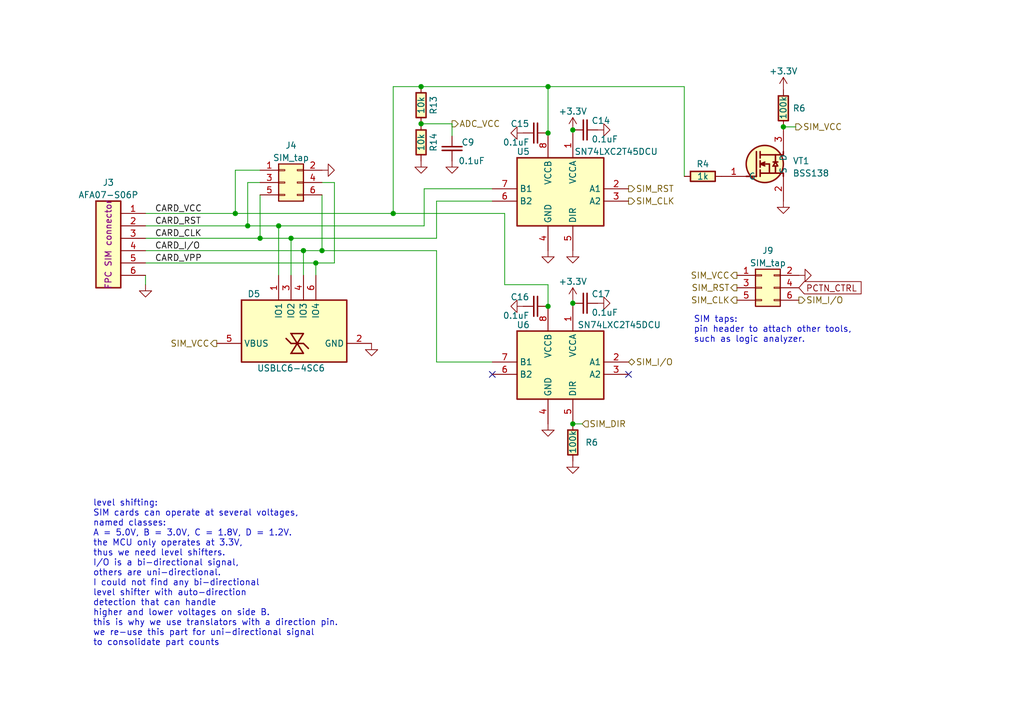
<source format=kicad_sch>
(kicad_sch (version 20230121) (generator eeschema)
  (paper "A5")
  (title_block (title "rSIM") (date "$date$") (rev "$version$.$revision$") (company "CuVoodoo") (comment 1 "King Kévin") (comment 2 "CERN-OHL-S") (comment 3 "SIM interface"))
  (lib_symbols
    (symbol "Connector_Generic:Conn_02x03_Odd_Even" (pin_names (offset 1.016) hide)
      (property "Reference" "J" (at 1.27 5.08 0))
      (property "Value" "Conn_02x03_Odd_Even" (at 1.27 -5.08 0))
      (symbol "Conn_02x03_Odd_Even_1_1"
        (rectangle (start -1.27 -2.413) (end 0 -2.667) (stroke (width 0.1524)))
        (rectangle (start -1.27 0.127) (end 0 -0.127) (stroke (width 0.1524)))
        (rectangle (start -1.27 2.667) (end 0 2.413) (stroke (width 0.1524)))
        (rectangle (start -1.27 3.81) (end 3.81 -3.81) (stroke (width 0.254)) (fill (type background)))
        (rectangle (start 3.81 -2.413) (end 2.54 -2.667) (stroke (width 0.1524)))
        (rectangle (start 3.81 0.127) (end 2.54 -0.127) (stroke (width 0.1524)))
        (rectangle (start 3.81 2.667) (end 2.54 2.413) (stroke (width 0.1524)))
        (pin passive line (at -5.08 2.54 0) (length 3.81) (name "Pin_1") (number "1"))
        (pin passive line (at 7.62 2.54 180) (length 3.81) (name "Pin_2") (number "2"))
        (pin passive line (at -5.08 0 0) (length 3.81) (name "Pin_3") (number "3"))
        (pin passive line (at 7.62 0 180) (length 3.81) (name "Pin_4") (number "4"))
        (pin passive line (at -5.08 -2.54 0) (length 3.81) (name "Pin_5") (number "5"))
        (pin passive line (at 7.62 -2.54 180) (length 3.81) (name "Pin_6") (number "6"))
      )
    )
    (symbol "partdb:TVS/USBLC6-4SC6"
      (property "Reference" "D" (at 0 0.762 0))
      (property "Value" "USBLC6-4SC6" (at 9.652 -22.352 0))
      (symbol "TVS/USBLC6-4SC6_1_1"
        (polyline (pts (xy 8.89 -12.7) (xy 9.906 -13.716)) (stroke (width 0.305)))
        (polyline (pts (xy 8.89 -10.16) (xy 7.874 -9.144)) (stroke (width 0.305)))
        (polyline (pts (xy 8.89 -10.16) (xy 8.89 -12.7)) (stroke (width 0.305)))
        (polyline (pts (xy 6.858 -10.16) (xy 8.89 -11.43) (xy 6.858 -12.7) (xy 6.858 -10.16)) (stroke (width 0.305)) (fill (type background)))
        (polyline (pts (xy 10.922 -10.16) (xy 8.89 -11.43) (xy 10.922 -12.7) (xy 10.922 -10.16)) (stroke (width 0.305)) (fill (type background)))
        (rectangle (start 0 0) (end 12.7 -21.59) (stroke (width 0.305)) (fill (type background)))
        (pin passive line (at -5.08 -7.62 0) (length 5.08) (name "IO1") (number "1"))
        (pin power_in line (at 8.89 -26.67 90) (length 5.08) (name "GND") (number "2"))
        (pin passive line (at -5.08 -10.16 0) (length 5.08) (name "IO2") (number "3"))
        (pin passive line (at -5.08 -12.7 0) (length 5.08) (name "IO3") (number "4"))
        (pin power_in line (at 8.89 5.08 270) (length 5.08) (name "VBUS") (number "5"))
        (pin passive line (at -5.08 -15.24 0) (length 5.08) (name "IO4") (number "6"))
      )
    )
    (symbol "partdb:capacitor/C0603 0.1uF 16V" (pin_numbers hide) (pin_names hide)
      (property "Reference" "C" (at 0 2.794 0))
      (property "Value" "C0603" (at 0 -2.794 0))
      (symbol "capacitor/C0603 0.1uF 16V_1_1"
        (polyline (pts (xy -0.381 2.032) (xy -0.381 -2.032)) (stroke (width 0.305)))
        (polyline (pts (xy 0.381 2.032) (xy 0.381 -2.032)) (stroke (width 0.305)))
        (pin passive line (at -2.54 0 0) (length 2.159) (name "L") (number "1"))
        (pin passive line (at 2.54 0 180) (length 2.159) (name "R") (number "2"))
      )
    )
    (symbol "partdb:connector/AFA07-S06FCC-00" (pin_names hide)
      (property "Reference" "J" (at 2.54 0.762 0))
      (property "Value" "AFA07-S06P" (at 2.54 -18.542 0))
      (symbol "connector/AFA07-S06FCC-00_1_1"
        (rectangle (start 0 0) (end 5.08 -17.78) (stroke (width 0.305)) (fill (type background)))
        (pin passive line (at -5.08 -2.54 0) (length 5.08) (name "1") (number "1"))
        (pin passive line (at -5.08 -5.08 0) (length 5.08) (name "2") (number "2"))
        (pin passive line (at -5.08 -7.62 0) (length 5.08) (name "3") (number "3"))
        (pin passive line (at -5.08 -10.16 0) (length 5.08) (name "4") (number "4"))
        (pin passive line (at -5.08 -12.7 0) (length 5.08) (name "5") (number "5"))
        (pin passive line (at -5.08 -15.24 0) (length 5.08) (name "6") (number "6"))
      )
    )
    (symbol "partdb:nMOS/BSS138"
      (property "Reference" "VT" (at 1.778 4.572 0))
      (property "Value" "BSS138" (at 1.778 -4.572 0))
      (symbol "nMOS/BSS138_1_1"
        (polyline (pts (xy -3.81 -2.54) (xy -1.715 -2.54)) (stroke (width 0.305)))
        (polyline (pts (xy -1.715 2.54) (xy -1.715 -2.54)) (stroke (width 0.305)))
        (polyline (pts (xy -0.953 -1.881) (xy 3.81 -1.881)) (stroke (width 0.305)))
        (polyline (pts (xy -0.953 -1.223) (xy -0.953 -2.54)) (stroke (width 0.305)))
        (polyline (pts (xy -0.953 0) (xy 0.953 0)) (stroke (width 0.305)))
        (polyline (pts (xy -0.953 0.659) (xy -0.953 -0.659)) (stroke (width 0.305)))
        (polyline (pts (xy -0.953 1.881) (xy 3.81 1.881)) (stroke (width 0.305)))
        (polyline (pts (xy -0.953 2.54) (xy -0.953 1.223)) (stroke (width 0.305)))
        (polyline (pts (xy 0.953 0) (xy 0.953 -1.881)) (stroke (width 0.305)))
        (polyline (pts (xy 1.715 0.412) (xy 2.667 0.412)) (stroke (width 0.305)))
        (polyline (pts (xy 2.191 -0.412) (xy 2.191 -1.881)) (stroke (width 0.305)))
        (polyline (pts (xy 2.191 1.881) (xy 2.191 0.412)) (stroke (width 0.305)))
        (polyline (pts (xy 3.81 -1.881) (xy 3.81 -2.54)) (stroke (width 0.305)))
        (polyline (pts (xy 3.81 1.881) (xy 3.81 2.54)) (stroke (width 0.305)))
        (polyline (pts (xy 0 0.381) (xy -0.953 0) (xy 0 -0.381)) (stroke (width 0.305)) (fill (type outline)))
        (polyline (pts (xy 1.715 -0.412) (xy 2.667 -0.412) (xy 2.191 0.412) (xy 1.715 -0.412)) (stroke (width 0.305)))
        (circle (center 0 0) (radius 3.81) (stroke (width 0.305)) (fill (type background)))
        (pin input line (at -8.89 -2.54 0) (length 5.08) (name "G") (number "1"))
        (pin unspecified line (at 3.81 -7.62 90) (length 5.08) (name "S") (number "2"))
        (pin unspecified line (at 3.81 7.62 270) (length 5.08) (name "D") (number "3"))
      )
    )
    (symbol "partdb:resistor/R0603 100K" (pin_numbers hide) (pin_names hide)
      (property "Reference" "R" (at 0 1.778 0))
      (property "Value" "R0603" (at 0 -1.778 0))
      (symbol "resistor/R0603 100K_1_1"
        (rectangle (start -2.54 1.016) (end 2.54 -1.016) (stroke (width 0.305)) (fill (type background)))
        (pin passive line (at -3.81 0 0) (length 1.27) (name "L") (number "1"))
        (pin passive line (at 3.81 0 180) (length 1.27) (name "R") (number "2"))
      )
    )
    (symbol "partdb:resistor/R0603 1K" (pin_numbers hide) (pin_names hide)
      (property "Reference" "R" (at 0 1.778 0))
      (property "Value" "R0603" (at 0 -1.778 0))
      (symbol "resistor/R0603 1K_1_1"
        (rectangle (start -2.54 1.016) (end 2.54 -1.016) (stroke (width 0.305)) (fill (type background)))
        (pin passive line (at -3.81 0 0) (length 1.27) (name "L") (number "1"))
        (pin passive line (at 3.81 0 180) (length 1.27) (name "R") (number "2"))
      )
    )
    (symbol "power:+3.3V" (power) (pin_names (offset 0))
      (property "Value" "+3.3V" (at 0 3.556 0))
      (symbol "+3.3V_0_1"
        (polyline (pts (xy -0.762 1.27) (xy 0 2.54)))
        (polyline (pts (xy 0 0) (xy 0 2.54)))
        (polyline (pts (xy 0 2.54) (xy 0.762 1.27)))
      )
      (symbol "+3.3V_1_1"
        (pin power_in line (at 0 0 90) (length 0) hide (name "+3.3V") (number "1"))
      )
    )
    (symbol "power:GND" (power) (pin_names (offset 0))
      (property "Value" "GND" (at 0 -3.81 0))
      (symbol "GND_0_1"
        (polyline (pts (xy 0 0) (xy 0 -1.27) (xy 1.27 -1.27) (xy 0 -2.54) (xy -1.27 -1.27) (xy 0 -1.27)))
      )
      (symbol "GND_1_1"
        (pin power_in line (at 0 0 270) (length 0) hide (name "GND") (number "1"))
      )
    )
    (symbol "qeda:SN74LXC2T45DCU"
      (property "Reference" "U" (at 0 0.762 0))
      (property "Value" "SN74LXC2T45DCU" (at 12.192 -14.732 0))
      (symbol "SN74LXC2T45DCU_1_1"
        (rectangle (start 0 0) (end 17.78 -13.97) (stroke (width 0.305)) (fill (type background)))
        (pin power_in line (at 6.35 5.08 270) (length 5.08) (name "VCCA") (number "1"))
        (pin bidirectional line (at -5.08 -6.35 0) (length 5.08) (name "A1") (number "2"))
        (pin bidirectional line (at -5.08 -8.89 0) (length 5.08) (name "A2") (number "3"))
        (pin power_in line (at 11.43 -19.05 90) (length 5.08) (name "GND") (number "4"))
        (pin input line (at 6.35 -19.05 90) (length 5.08) (name "DIR") (number "5"))
        (pin bidirectional line (at 22.86 -8.89 180) (length 5.08) (name "B2") (number "6"))
        (pin bidirectional line (at 22.86 -6.35 180) (length 5.08) (name "B1") (number "7"))
        (pin power_in line (at 11.43 5.08 270) (length 5.08) (name "VCCB") (number "8"))
      )
    )
    (symbol "resistor/R0603 10K_3" (pin_numbers hide) (pin_names hide)
      (property "Reference" "R" (at 0 1.778 0))
      (property "Value" "R0603" (at 0 -1.778 0))
      (symbol "resistor/R0603 10K_3_1_1"
        (rectangle (start -2.54 1.016) (end 2.54 -1.016) (stroke (width 0.305)) (fill (type background)))
        (pin passive line (at -3.81 0 0) (length 1.27) (name "L") (number "1"))
        (pin passive line (at 3.81 0 180) (length 1.27) (name "R") (number "2"))
      )
    )
    (symbol "resistor/R0603 10K_5" (pin_numbers hide) (pin_names hide)
      (property "Reference" "R" (at 0 1.778 0))
      (property "Value" "R0603" (at 0 -1.778 0))
      (symbol "resistor/R0603 10K_5_1_1"
        (rectangle (start -2.54 1.016) (end 2.54 -1.016) (stroke (width 0.305)) (fill (type background)))
        (pin passive line (at -3.81 0 0) (length 1.27) (name "L") (number "1"))
        (pin passive line (at 3.81 0 180) (length 1.27) (name "R") (number "2"))
      )
    )
  )
  (junction (at 50.8 46.355))
  (junction (at 66.04 51.435))
  (junction (at 80.645 43.815))
  (junction (at 53.34 48.895))
  (junction (at 160.655 26.035))
  (junction (at 117.475 62.23))
  (junction (at 86.36 25.4))
  (junction (at 112.395 27.305))
  (junction (at 62.23 51.435))
  (junction (at 117.475 86.995))
  (junction (at 117.475 26.67))
  (junction (at 57.15 46.355))
  (junction (at 86.36 17.78))
  (junction (at 59.69 48.895))
  (junction (at 48.26 43.815))
  (junction (at 112.395 62.865))
  (junction (at 112.395 17.78))
  (junction (at 64.77 53.975))
  (no_connect (at 100.965 76.835))
  (no_connect (at 128.905 76.835))
  (wire (pts (xy 119.38 86.995) (xy 117.475 86.995)))
  (wire (pts (xy 117.475 61.595) (xy 117.475 62.23)))
  (wire (pts (xy 29.845 58.42) (xy 29.845 56.515)))
  (wire (pts (xy 48.26 34.925) (xy 48.26 43.815)))
  (wire (pts (xy 92.71 25.4) (xy 86.36 25.4)))
  (wire (pts (xy 64.77 53.975) (xy 64.77 56.515)))
  (wire (pts (xy 29.845 53.975) (xy 64.77 53.975)))
  (wire (pts (xy 86.36 17.78) (xy 112.395 17.78)))
  (wire (pts (xy 50.8 37.465) (xy 50.8 46.355)))
  (wire (pts (xy 59.69 48.895) (xy 59.69 56.515)))
  (wire (pts (xy 80.645 17.78) (xy 80.645 43.815)))
  (wire (pts (xy 112.395 17.78) (xy 112.395 27.305)))
  (wire (pts (xy 57.15 46.355) (xy 86.995 46.355)))
  (wire (pts (xy 103.505 58.42) (xy 112.395 58.42)))
  (wire (pts (xy 112.395 17.78) (xy 140.335 17.78)))
  (wire (pts (xy 64.77 53.975) (xy 68.58 53.975)))
  (wire (pts (xy 59.69 48.895) (xy 53.34 48.895)))
  (wire (pts (xy 86.995 46.355) (xy 86.995 38.735)))
  (wire (pts (xy 59.69 48.895) (xy 89.535 48.895)))
  (wire (pts (xy 62.23 51.435) (xy 62.23 56.515)))
  (wire (pts (xy 53.34 34.925) (xy 48.26 34.925)))
  (wire (pts (xy 29.845 43.815) (xy 48.26 43.815)))
  (wire (pts (xy 80.645 43.815) (xy 103.505 43.815)))
  (wire (pts (xy 92.71 27.94) (xy 92.71 25.4)))
  (wire (pts (xy 57.15 46.355) (xy 50.8 46.355)))
  (wire (pts (xy 112.395 58.42) (xy 112.395 62.865)))
  (wire (pts (xy 117.475 26.67) (xy 117.475 27.305)))
  (wire (pts (xy 66.04 37.465) (xy 68.58 37.465)))
  (wire (pts (xy 66.04 40.005) (xy 66.04 51.435)))
  (wire (pts (xy 29.845 51.435) (xy 62.23 51.435)))
  (wire (pts (xy 48.26 43.815) (xy 80.645 43.815)))
  (wire (pts (xy 53.34 40.005) (xy 53.34 48.895)))
  (wire (pts (xy 68.58 37.465) (xy 68.58 53.975)))
  (wire (pts (xy 89.535 51.435) (xy 89.535 74.295)))
  (wire (pts (xy 66.04 51.435) (xy 89.535 51.435)))
  (wire (pts (xy 86.995 38.735) (xy 100.965 38.735)))
  (wire (pts (xy 29.845 46.355) (xy 50.8 46.355)))
  (wire (pts (xy 103.505 43.815) (xy 103.505 58.42)))
  (wire (pts (xy 57.15 46.355) (xy 57.15 56.515)))
  (wire (pts (xy 140.335 17.78) (xy 140.335 36.195)))
  (wire (pts (xy 163.195 26.035) (xy 160.655 26.035)))
  (wire (pts (xy 80.645 17.78) (xy 86.36 17.78)))
  (wire (pts (xy 29.845 48.895) (xy 53.34 48.895)))
  (wire (pts (xy 89.535 74.295) (xy 100.965 74.295)))
  (wire (pts (xy 89.535 48.895) (xy 89.535 41.275)))
  (wire (pts (xy 89.535 41.275) (xy 100.965 41.275)))
  (wire (pts (xy 66.04 51.435) (xy 62.23 51.435)))
  (wire (pts (xy 53.34 37.465) (xy 50.8 37.465)))
  (wire (pts (xy 117.475 62.23) (xy 117.475 62.865)))
  (text "level shifting:\nSIM cards can operate at several voltages,\nnamed classes:\nA = 5.0V, B = 3.0V, C = 1.8V, D = 1.2V.\nthe MCU only operates at 3.3V,\nthus we need level shifters.\nI/O is a bi-directional signal,\nothers are uni-directional.\nI could not find any bi-directional\nlevel shifter with auto-direction\ndetection that can handle\nhigher and lower voltages on side B.\nthis is why we use translators with a direction pin.\nwe re-use this part for uni-directional signal\nto consolidate part counts\n" (at 19.05 132.715 0) (effects (font (size 1.27 1.27)) (justify left bottom)))
  (text "SIM taps:\npin header to attach other tools,\nsuch as logic analyzer." (at 142.24 70.485 0) (effects (font (size 1.27 1.27)) (justify left bottom)))
  (label "CARD_RST" (at 31.75 46.355 0))
  (label "CARD_VPP" (at 31.75 53.975 0))
  (label "CARD_CLK" (at 31.75 48.895 0))
  (label "CARD_VCC" (at 31.75 43.815 0))
  (label "CARD_I{slash}O" (at 31.75 51.435 0))
  (global_label "PCTN_CTRL" (shape input) (at 163.83 59.055 0) (property "Intersheetrefs" "${INTERSHEET_REFS}" (effects hide)))
  (hierarchical_label "SIM_RST" (shape output) (at 128.905 38.735 0))
  (hierarchical_label "ADC_VCC" (shape output) (at 92.71 25.4 0))
  (hierarchical_label "SIM_VCC" (shape output) (at 151.13 56.515 180))
  (hierarchical_label "SIM_VCC" (shape output) (at 163.195 26.035 0))
  (hierarchical_label "SIM_I{slash}O" (shape output) (at 163.83 61.595 0))
  (hierarchical_label "SIM_I{slash}O" (shape bidirectional) (at 128.905 74.295 0))
  (hierarchical_label "SIM_RST" (shape output) (at 151.13 59.055 180))
  (hierarchical_label "SIM_DIR" (shape input) (at 119.38 86.995 0))
  (hierarchical_label "SIM_CLK" (shape output) (at 128.905 41.275 0))
  (hierarchical_label "SIM_CLK" (shape output) (at 151.13 61.595 180))
  (hierarchical_label "SIM_VCC" (shape output) (at 44.45 70.485 180))
  (symbol (lib_id "power:GND") (at 112.395 86.995 0) (unit 1)
    (property "Reference" "#PWR073" (effects hide))
    (property "Value" "GND" (effects hide))
    (instances (project "rsim" (path "" (reference "#PWR073") (unit 1)) (path "" (reference "#PWR080") (unit 1)) (path "" (reference "#PWR098") (unit 1))))
  )
  (symbol (lib_id "partdb:connector/AFA07-S06FCC-00") (at 24.765 41.275 0) (mirror y) (unit 1)
    (property "Reference" "J3" (at 22.225 37.465 0))
    (property "Value" "AFA07-S06P" (at 22.225 40.005 0))
    (property "Footprint" "qeda:CONNECTOR_AFA07-S06P" (effects hide))
    (property "Datasheet" "https://datasheet.lcsc.com/lcsc/1811021315_JUSHUO-AFA07-S06FCC-00_C72727.pdf" (effects hide))
    (property "qeda_part" "connector/fpc_afa07" (effects hide))
    (property "qeda_variant" "6p" (effects hide))
    (property "name" "FPC SIM connector" (at 22.225 50.165 90))
    (property "Description" "FPC connector 6-pin 1.0 mm pitch" (effects hide))
    (property "LCSC" "C72727" (effects hide))
    (instances (project "rsim" (path "" (reference "J3") (unit 1)) (path "" (reference "J5") (unit 1)) (path "" (reference "J8") (unit 1))))
  )
  (symbol (lib_id "partdb:capacitor/C0603 0.1uF 16V") (at 109.855 62.865 0) (mirror y) (unit 1)
    (property "Reference" "C16" (at 108.585 60.96 0) (effects (justify left)))
    (property "Value" "0.1uF" (at 108.585 64.77 0) (effects (justify left)))
    (property "Footprint" "qeda:CAPC1608X92N" (effects hide))
    (property "Datasheet" "Chip capacitor 1.6x0.8 mm" (effects hide))
    (property "qeda_part" "capacitor/c0603" (effects hide))
    (property "JLCPCB_CORRECTION" "0;0;-90" (effects hide))
    (property "Description" "100nF ±20% 16V X7R" (effects hide))
    (property "DigiKey" "311-1335-1-ND" (effects hide))
    (instances (project "rsim" (path "" (reference "C16") (unit 1)) (path "" (reference "C15") (unit 1)) (path "" (reference "C20") (unit 1))))
  )
  (symbol (lib_id "partdb:capacitor/C0603 0.1uF 16V") (at 109.855 27.305 0) (mirror y) (unit 1)
    (property "Reference" "C15" (at 108.585 25.4 0) (effects (justify left)))
    (property "Value" "0.1uF" (at 108.585 29.21 0) (effects (justify left)))
    (property "Footprint" "qeda:CAPC1608X92N" (effects hide))
    (property "Datasheet" "Chip capacitor 1.6x0.8 mm" (effects hide))
    (property "qeda_part" "capacitor/c0603" (effects hide))
    (property "JLCPCB_CORRECTION" "0;0;-90" (effects hide))
    (property "Description" "100nF ±20% 16V X7R" (effects hide))
    (property "DigiKey" "311-1335-1-ND" (effects hide))
    (instances (project "rsim" (path "" (reference "C15") (unit 1)) (path "" (reference "C14") (unit 1)) (path "" (reference "C19") (unit 1))))
  )
  (symbol (lib_id "power:GND") (at 112.395 51.435 0) (unit 1)
    (property "Reference" "#PWR072" (effects hide))
    (property "Value" "GND" (effects hide))
    (instances (project "rsim" (path "" (reference "#PWR072") (unit 1)) (path "" (reference "#PWR079") (unit 1)) (path "" (reference "#PWR097") (unit 1))))
  )
  (symbol (lib_id "partdb:nMOS/BSS138") (at 156.845 33.655 0) (unit 1)
    (property "Reference" "VT1" (at 162.56 33.02 0) (effects (justify left)))
    (property "Value" "BSS138" (at 162.56 35.56 0) (effects (justify left)))
    (property "Footprint" "qeda:SOT95P237X112-3N" (effects hide))
    (property "Description" "nMOS 50V 0.2A" (effects hide))
    (property "qeda_part" "transistor/nmos_bss138" (effects hide))
    (property "JLCPCB_CORRECTION" "0;0;180" (effects hide))
    (property "LCSC" "C112239" (effects hide))
    (instances (project "rsim" (path "" (reference "VT1") (unit 1)) (path "" (reference "VT2") (unit 1))))
  )
  (symbol (lib_id "power:GND") (at 86.36 33.02 0) (unit 1)
    (property "Reference" "#PWR091" (effects hide))
    (property "Value" "GND" (effects hide))
    (instances (project "rsim" (path "" (reference "#PWR091") (unit 1)) (path "" (reference "#PWR048") (unit 1)) (path "" (reference "#PWR075") (unit 1)) (path "" (reference "#PWR093") (unit 1))))
  )
  (symbol (lib_name "resistor/R0603 10K_5") (lib_id "partdb:resistor/R0603 10K") (at 86.36 29.21 270) (unit 1)
    (property "Reference" "R14" (at 88.9 29.21 0))
    (property "Value" "10k" (at 86.36 29.21 0))
    (property "Footprint" "qeda:UC1608X55N" (effects hide))
    (property "Datasheet" "resistor, chip, 1.6x0.8 mm" (effects hide))
    (property "qeda_part" "resistor/r0603" (effects hide))
    (property "JLCPCB_CORRECTION" "0;0;-90" (effects hide))
    (property "Description" "10K ±5%" (effects hide))
    (property "name" "resistor, chip, 1.6x0.8 mm" (effects hide))
    (property "LCSC" "C15401" (effects hide))
    (instances (project "rsim" (path "" (reference "R14") (unit 1)) (path "" (reference "R10") (unit 1)) (path "" (reference "R17") (unit 1)) (path "" (reference "R22") (unit 1))))
  )
  (symbol (lib_id "qeda:SN74LXC2T45DCU") (at 123.825 67.945 0) (mirror y) (unit 1)
    (property "Reference" "U6" (at 107.315 66.675 0))
    (property "Value" "SN74LXC2T45DCU" (at 127 66.675 0))
    (property "Footprint" "qeda:SOP50P310X90-8N" (effects hide))
    (property "Datasheet" "https://www.ti.com/lit/gpn/sn74lxc2t45" (effects hide))
    (instances (project "rsim" (path "" (reference "U6") (unit 1)) (path "" (reference "U6") (unit 1)) (path "" (reference "U8") (unit 1))))
  )
  (symbol (lib_id "partdb:resistor/R0603 100K") (at 160.655 22.225 90) (unit 1)
    (property "Reference" "R6" (at 162.56 22.225 90) (effects (justify right)))
    (property "Value" "100k" (at 160.655 19.685 0) (effects (justify right)))
    (property "Footprint" "qeda:UC1608X55N" (effects hide))
    (property "Datasheet" "resistor, chip, 1.6x0.8 mm" (effects hide))
    (property "qeda_part" "resistor/r0603" (effects hide))
    (property "JLCPCB_CORRECTION" "0;0;-90" (effects hide))
    (property "Description" "100K ±5%" (effects hide))
    (property "name" "resistor, chip, 1.6x0.8 mm" (effects hide))
    (property "LCSC" "C15458" (effects hide))
    (instances (project "rsim" (path "" (reference "R6") (unit 1)) (path "" (reference "R6") (unit 1)) (path "" (reference "R20") (unit 1)) (path "" (reference "R25") (unit 1))))
  )
  (symbol (lib_id "power:GND") (at 107.315 27.305 270) (unit 1)
    (property "Reference" "#PWR096" (effects hide))
    (property "Value" "GND" (effects hide))
    (instances (project "rsim" (path "" (reference "#PWR096") (unit 1)) (path "" (reference "#PWR077") (unit 1)) (path "" (reference "#PWR095") (unit 1))))
  )
  (symbol (lib_id "power:GND") (at 122.555 62.23 90) (unit 1)
    (property "Reference" "#PWR098" (effects hide))
    (property "Value" "GND" (effects hide))
    (instances (project "rsim" (path "" (reference "#PWR098") (unit 1)) (path "" (reference "#PWR086") (unit 1)) (path "" (reference "#PWR0104") (unit 1))))
  )
  (symbol (lib_name "resistor/R0603 10K_3") (lib_id "partdb:resistor/R0603 10K") (at 86.36 21.59 270) (unit 1)
    (property "Reference" "R13" (at 88.9 21.59 0))
    (property "Value" "10k" (at 86.36 21.59 0))
    (property "Footprint" "qeda:UC1608X55N" (effects hide))
    (property "Datasheet" "resistor, chip, 1.6x0.8 mm" (effects hide))
    (property "qeda_part" "resistor/r0603" (effects hide))
    (property "JLCPCB_CORRECTION" "0;0;-90" (effects hide))
    (property "Description" "10K ±5%" (effects hide))
    (property "name" "resistor, chip, 1.6x0.8 mm" (effects hide))
    (property "LCSC" "C15401" (effects hide))
    (instances (project "rsim" (path "" (reference "R13") (unit 1)) (path "" (reference "R9") (unit 1)) (path "" (reference "R16") (unit 1)) (path "" (reference "R21") (unit 1))))
  )
  (symbol (lib_id "partdb:capacitor/C0603 0.1uF 16V") (at 120.015 62.23 0) (unit 1)
    (property "Reference" "C17" (at 121.285 60.325 0) (effects (justify left)))
    (property "Value" "0.1uF" (at 121.285 64.135 0) (effects (justify left)))
    (property "Footprint" "qeda:CAPC1608X92N" (effects hide))
    (property "Datasheet" "Chip capacitor 1.6x0.8 mm" (effects hide))
    (property "qeda_part" "capacitor/c0603" (effects hide))
    (property "JLCPCB_CORRECTION" "0;0;-90" (effects hide))
    (property "Description" "100nF ±20% 16V X7R" (effects hide))
    (property "DigiKey" "311-1335-1-ND" (effects hide))
    (instances (project "rsim" (path "" (reference "C17") (unit 1)) (path "" (reference "C17") (unit 1)) (path "" (reference "C22") (unit 1))))
  )
  (symbol (lib_id "power:+3.3V") (at 117.475 61.595 0) (unit 1)
    (property "Reference" "#PWR075" (effects hide))
    (property "Value" "+3.3V" (at 117.475 57.785 0))
    (instances (project "rsim" (path "" (reference "#PWR075") (unit 1)) (path "" (reference "#PWR083") (unit 1)) (path "" (reference "#PWR0101") (unit 1))))
  )
  (symbol (lib_id "Connector_Generic:Conn_02x03_Odd_Even") (at 58.42 37.465 0) (unit 1)
    (property "Reference" "J4" (at 59.69 29.845 0))
    (property "Value" "SIM_tap" (at 59.69 32.385 0))
    (property "Footprint" "Connector_IDC:IDC-Header_2x03_P2.54mm_Vertical" (effects hide))
    (instances (project "rsim" (path "" (reference "J4") (unit 1)) (path "" (reference "J6") (unit 1)) (path "" (reference "J9") (unit 1))))
  )
  (symbol (lib_id "power:+3.3V") (at 117.475 26.67 0) (unit 1)
    (property "Reference" "#PWR074" (effects hide))
    (property "Value" "+3.3V" (at 117.475 22.86 0))
    (instances (project "rsim" (path "" (reference "#PWR074") (unit 1)) (path "" (reference "#PWR081") (unit 1)) (path "" (reference "#PWR099") (unit 1))))
  )
  (symbol (lib_id "power:GND") (at 117.475 94.615 0) (unit 1)
    (property "Reference" "#PWR076" (effects hide))
    (property "Value" "GND" (effects hide))
    (instances (project "rsim" (path "" (reference "#PWR076") (unit 1)) (path "" (reference "#PWR084") (unit 1)) (path "" (reference "#PWR0102") (unit 1))))
  )
  (symbol (lib_id "power:GND") (at 122.555 26.67 90) (unit 1)
    (property "Reference" "#PWR095" (effects hide))
    (property "Value" "GND" (effects hide))
    (instances (project "rsim" (path "" (reference "#PWR095") (unit 1)) (path "" (reference "#PWR085") (unit 1)) (path "" (reference "#PWR0103") (unit 1))))
  )
  (symbol (lib_id "partdb:capacitor/C0603 0.1uF 16V") (at 92.71 30.48 270) (mirror x) (unit 1)
    (property "Reference" "C9" (at 94.615 29.21 90) (effects (justify left)))
    (property "Value" "0.1uF" (at 93.98 33.02 90) (effects (justify left)))
    (property "Footprint" "qeda:CAPC1608X92N" (effects hide))
    (property "Datasheet" "Chip capacitor 1.6x0.8 mm" (effects hide))
    (property "qeda_part" "capacitor/c0603" (effects hide))
    (property "JLCPCB_CORRECTION" "0;0;-90" (effects hide))
    (property "Description" "100nF ±20% 16V X7R" (effects hide))
    (property "DigiKey" "311-1335-1-ND" (effects hide))
    (instances (project "rsim" (path "" (reference "C9") (unit 1)) (path "" (reference "C7") (unit 1)) (path "" (reference "C13") (unit 1)) (path "" (reference "C18") (unit 1))))
  )
  (symbol (lib_id "partdb:TVS/USBLC6-4SC6") (at 49.53 61.595 90) (mirror x) (unit 1)
    (property "Reference" "D5" (at 52.07 60.325 90))
    (property "Value" "USBLC6-4SC6" (at 59.69 75.565 90))
    (property "Footprint" "qeda:SOT95P280X145-6N" (effects hide))
    (property "Datasheet" "https://www.st.com/resource/en/datasheet/usblc6-4.pdf" (effects hide))
    (property "qeda_part" "diode/tvs_st_usblc6-4" (effects hide))
    (property "qeda_variant" "sc6" (effects hide))
    (property "Description" "TVS 4-line" (effects hide))
    (property "LCSC" "C558419" (effects hide))
    (instances (project "rsim" (path "" (reference "D5") (unit 1)) (path "" (reference "D9") (unit 1)) (path "" (reference "D10") (unit 1))))
  )
  (symbol (lib_id "power:GND") (at 92.71 33.02 0) (unit 1)
    (property "Reference" "#PWR090" (effects hide))
    (property "Value" "GND" (effects hide))
    (instances (project "rsim" (path "" (reference "#PWR090") (unit 1)) (path "" (reference "#PWR049") (unit 1)) (path "" (reference "#PWR076") (unit 1)) (path "" (reference "#PWR094") (unit 1))))
  )
  (symbol (lib_id "partdb:resistor/R0603 1K") (at 144.145 36.195 0) (unit 1)
    (property "Reference" "R4" (at 144.145 33.655 0))
    (property "Value" "1k" (at 144.145 36.195 0))
    (property "Footprint" "qeda:UC1608X55N" (effects hide))
    (property "Datasheet" "resistor, chip, 1.6x0.8 mm" (effects hide))
    (property "qeda_part" "resistor/r0603" (effects hide))
    (property "JLCPCB_CORRECTION" "0;0;-90" (effects hide))
    (property "Description" "1K ±5%" (effects hide))
    (property "name" "resistor, chip, 1.6x0.8 mm" (effects hide))
    (property "LCSC" "C25585" (effects hide))
    (instances (project "rsim" (path "" (reference "R4") (unit 1)) (path "" (reference "R5") (unit 1)) (path "" (reference "R19") (unit 1)) (path "" (reference "R24") (unit 1))))
  )
  (symbol (lib_id "power:GND") (at 163.83 56.515 90) (unit 1)
    (property "Reference" "#PWR083" (effects hide))
    (property "Value" "GND" (effects hide))
    (instances (project "rsim" (path "" (reference "#PWR083") (unit 1)) (path "" (reference "#PWR089") (unit 1)) (path "" (reference "#PWR0107") (unit 1))))
  )
  (symbol (lib_id "Connector_Generic:Conn_02x03_Odd_Even") (at 156.21 59.055 0) (unit 1)
    (property "Reference" "J9" (at 157.48 51.435 0))
    (property "Value" "SIM_tap" (at 157.48 53.975 0))
    (property "Footprint" "Connector_IDC:IDC-Header_2x03_P2.54mm_Vertical" (effects hide))
    (instances (project "rsim" (path "" (reference "J9") (unit 1)) (path "" (reference "J7") (unit 1)) (path "" (reference "J10") (unit 1))))
  )
  (symbol (lib_id "power:GND") (at 66.04 34.925 90) (unit 1)
    (property "Reference" "#PWR027" (effects hide))
    (property "Value" "GND" (effects hide))
    (instances (project "rsim" (path "" (reference "#PWR027") (unit 1)) (path "" (reference "#PWR073") (unit 1)) (path "" (reference "#PWR091") (unit 1))))
  )
  (symbol (lib_id "partdb:capacitor/C0603 0.1uF 16V") (at 120.015 26.67 0) (unit 1)
    (property "Reference" "C14" (at 121.285 24.765 0) (effects (justify left)))
    (property "Value" "0.1uF" (at 121.285 28.575 0) (effects (justify left)))
    (property "Footprint" "qeda:CAPC1608X92N" (effects hide))
    (property "Datasheet" "Chip capacitor 1.6x0.8 mm" (effects hide))
    (property "qeda_part" "capacitor/c0603" (effects hide))
    (property "JLCPCB_CORRECTION" "0;0;-90" (effects hide))
    (property "Description" "100nF ±20% 16V X7R" (effects hide))
    (property "DigiKey" "311-1335-1-ND" (effects hide))
    (instances (project "rsim" (path "" (reference "C14") (unit 1)) (path "" (reference "C16") (unit 1)) (path "" (reference "C21") (unit 1))))
  )
  (symbol (lib_id "power:+3.3V") (at 160.655 18.415 0) (unit 1)
    (property "Reference" "#PWR074" (effects hide))
    (property "Value" "+3.3V" (at 160.655 14.605 0))
    (instances (project "rsim" (path "" (reference "#PWR074") (unit 1)) (path "" (reference "#PWR087") (unit 1)) (path "" (reference "#PWR0105") (unit 1))))
  )
  (symbol (lib_id "power:GND") (at 76.2 70.485 0) (unit 1)
    (property "Reference" "#PWR028" (effects hide))
    (property "Value" "GND" (effects hide))
    (instances (project "rsim" (path "" (reference "#PWR028") (unit 1)) (path "" (reference "#PWR074") (unit 1)) (path "" (reference "#PWR092") (unit 1))))
  )
  (symbol (lib_id "qeda:SN74LXC2T45DCU") (at 123.825 32.385 0) (mirror y) (unit 1)
    (property "Reference" "U5" (at 107.315 31.115 0))
    (property "Value" "SN74LXC2T45DCU" (at 126.365 31.115 0))
    (property "Footprint" "qeda:SOP50P310X90-8N" (effects hide))
    (property "Datasheet" "https://www.ti.com/lit/gpn/sn74lxc2t45" (effects hide))
    (instances (project "rsim" (path "" (reference "U5") (unit 1)) (path "" (reference "U5") (unit 1)) (path "" (reference "U7") (unit 1))))
  )
  (symbol (lib_id "power:GND") (at 29.845 58.42 0) (unit 1)
    (property "Reference" "#PWR026" (effects hide))
    (property "Value" "GND" (effects hide))
    (instances (project "rsim" (path "" (reference "#PWR026") (unit 1)) (path "" (reference "#PWR072") (unit 1)) (path "" (reference "#PWR090") (unit 1))))
  )
  (symbol (lib_id "power:GND") (at 107.315 62.865 270) (unit 1)
    (property "Reference" "#PWR097" (effects hide))
    (property "Value" "GND" (effects hide))
    (instances (project "rsim" (path "" (reference "#PWR097") (unit 1)) (path "" (reference "#PWR078") (unit 1)) (path "" (reference "#PWR096") (unit 1))))
  )
  (symbol (lib_id "power:GND") (at 160.655 41.275 0) (unit 1)
    (property "Reference" "#PWR076" (effects hide))
    (property "Value" "GND" (effects hide))
    (instances (project "rsim" (path "" (reference "#PWR076") (unit 1)) (path "" (reference "#PWR088") (unit 1)) (path "" (reference "#PWR0106") (unit 1))))
  )
  (symbol (lib_id "partdb:resistor/R0603 100K") (at 117.475 90.805 90) (unit 1)
    (property "Reference" "R6" (at 120.015 90.805 90) (effects (justify right)))
    (property "Value" "100k" (at 117.475 88.265 0) (effects (justify right)))
    (property "Footprint" "qeda:UC1608X55N" (effects hide))
    (property "Datasheet" "resistor, chip, 1.6x0.8 mm" (effects hide))
    (property "qeda_part" "resistor/r0603" (effects hide))
    (property "JLCPCB_CORRECTION" "0;0;-90" (effects hide))
    (property "Description" "100K ±5%" (effects hide))
    (property "name" "resistor, chip, 1.6x0.8 mm" (effects hide))
    (property "LCSC" "C15458" (effects hide))
    (instances (project "rsim" (path "" (reference "R6") (unit 1)) (path "" (reference "R6") (unit 1)) (path "" (reference "R18") (unit 1)) (path "" (reference "R23") (unit 1))))
  )
  (symbol (lib_id "power:GND") (at 117.475 51.435 0) (unit 1)
    (property "Reference" "#PWR076" (effects hide))
    (property "Value" "GND" (effects hide))
    (instances (project "rsim" (path "" (reference "#PWR076") (unit 1)) (path "" (reference "#PWR082") (unit 1)) (path "" (reference "#PWR0100") (unit 1))))
  )
)
</source>
